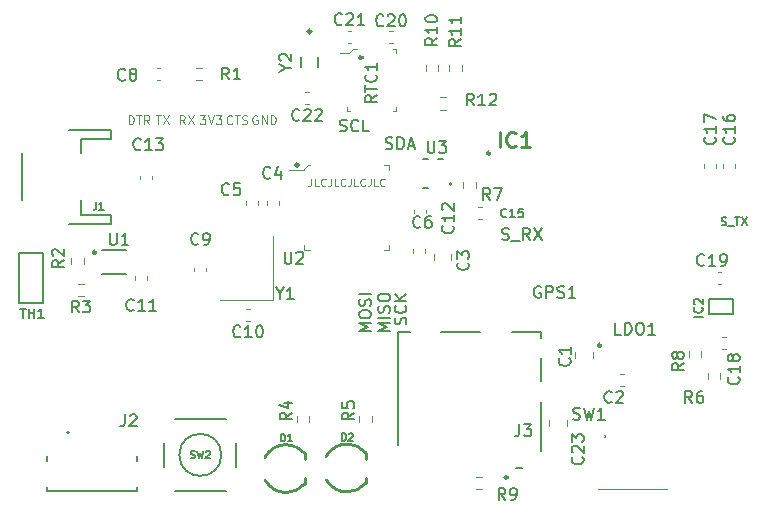
<source format=gbr>
%TF.GenerationSoftware,KiCad,Pcbnew,(5.1.9)-1*%
%TF.CreationDate,2021-01-19T18:40:37+01:00*%
%TF.ProjectId,Track-your-cat,54726163-6b2d-4796-9f75-722d6361742e,1*%
%TF.SameCoordinates,Original*%
%TF.FileFunction,Legend,Top*%
%TF.FilePolarity,Positive*%
%FSLAX46Y46*%
G04 Gerber Fmt 4.6, Leading zero omitted, Abs format (unit mm)*
G04 Created by KiCad (PCBNEW (5.1.9)-1) date 2021-01-19 18:40:37*
%MOMM*%
%LPD*%
G01*
G04 APERTURE LIST*
%ADD10C,0.100000*%
%ADD11C,0.300000*%
%ADD12C,0.254000*%
%ADD13C,0.150000*%
%ADD14C,0.250000*%
%ADD15C,0.200000*%
%ADD16C,0.127000*%
%ADD17C,0.120000*%
%ADD18C,0.203200*%
%ADD19C,0.175000*%
G04 APERTURE END LIST*
D10*
X66497619Y-86744047D02*
X66497619Y-87208333D01*
X66466666Y-87301190D01*
X66404761Y-87363095D01*
X66311904Y-87394047D01*
X66250000Y-87394047D01*
X67116666Y-87394047D02*
X66807142Y-87394047D01*
X66807142Y-86744047D01*
X67704761Y-87332142D02*
X67673809Y-87363095D01*
X67580952Y-87394047D01*
X67519047Y-87394047D01*
X67426190Y-87363095D01*
X67364285Y-87301190D01*
X67333333Y-87239285D01*
X67302380Y-87115476D01*
X67302380Y-87022619D01*
X67333333Y-86898809D01*
X67364285Y-86836904D01*
X67426190Y-86775000D01*
X67519047Y-86744047D01*
X67580952Y-86744047D01*
X67673809Y-86775000D01*
X67704761Y-86805952D01*
X68169047Y-86744047D02*
X68169047Y-87208333D01*
X68138095Y-87301190D01*
X68076190Y-87363095D01*
X67983333Y-87394047D01*
X67921428Y-87394047D01*
X68788095Y-87394047D02*
X68478571Y-87394047D01*
X68478571Y-86744047D01*
X69376190Y-87332142D02*
X69345238Y-87363095D01*
X69252380Y-87394047D01*
X69190476Y-87394047D01*
X69097619Y-87363095D01*
X69035714Y-87301190D01*
X69004761Y-87239285D01*
X68973809Y-87115476D01*
X68973809Y-87022619D01*
X69004761Y-86898809D01*
X69035714Y-86836904D01*
X69097619Y-86775000D01*
X69190476Y-86744047D01*
X69252380Y-86744047D01*
X69345238Y-86775000D01*
X69376190Y-86805952D01*
X69840476Y-86744047D02*
X69840476Y-87208333D01*
X69809523Y-87301190D01*
X69747619Y-87363095D01*
X69654761Y-87394047D01*
X69592857Y-87394047D01*
X70459523Y-87394047D02*
X70150000Y-87394047D01*
X70150000Y-86744047D01*
X71047619Y-87332142D02*
X71016666Y-87363095D01*
X70923809Y-87394047D01*
X70861904Y-87394047D01*
X70769047Y-87363095D01*
X70707142Y-87301190D01*
X70676190Y-87239285D01*
X70645238Y-87115476D01*
X70645238Y-87022619D01*
X70676190Y-86898809D01*
X70707142Y-86836904D01*
X70769047Y-86775000D01*
X70861904Y-86744047D01*
X70923809Y-86744047D01*
X71016666Y-86775000D01*
X71047619Y-86805952D01*
X71511904Y-86744047D02*
X71511904Y-87208333D01*
X71480952Y-87301190D01*
X71419047Y-87363095D01*
X71326190Y-87394047D01*
X71264285Y-87394047D01*
X72130952Y-87394047D02*
X71821428Y-87394047D01*
X71821428Y-86744047D01*
X72719047Y-87332142D02*
X72688095Y-87363095D01*
X72595238Y-87394047D01*
X72533333Y-87394047D01*
X72440476Y-87363095D01*
X72378571Y-87301190D01*
X72347619Y-87239285D01*
X72316666Y-87115476D01*
X72316666Y-87022619D01*
X72347619Y-86898809D01*
X72378571Y-86836904D01*
X72440476Y-86775000D01*
X72533333Y-86744047D01*
X72595238Y-86744047D01*
X72688095Y-86775000D01*
X72719047Y-86805952D01*
X61928571Y-81425000D02*
X61857142Y-81389285D01*
X61750000Y-81389285D01*
X61642857Y-81425000D01*
X61571428Y-81496428D01*
X61535714Y-81567857D01*
X61500000Y-81710714D01*
X61500000Y-81817857D01*
X61535714Y-81960714D01*
X61571428Y-82032142D01*
X61642857Y-82103571D01*
X61750000Y-82139285D01*
X61821428Y-82139285D01*
X61928571Y-82103571D01*
X61964285Y-82067857D01*
X61964285Y-81817857D01*
X61821428Y-81817857D01*
X62285714Y-82139285D02*
X62285714Y-81389285D01*
X62714285Y-82139285D01*
X62714285Y-81389285D01*
X63071428Y-82139285D02*
X63071428Y-81389285D01*
X63250000Y-81389285D01*
X63357142Y-81425000D01*
X63428571Y-81496428D01*
X63464285Y-81567857D01*
X63500000Y-81710714D01*
X63500000Y-81817857D01*
X63464285Y-81960714D01*
X63428571Y-82032142D01*
X63357142Y-82103571D01*
X63250000Y-82139285D01*
X63071428Y-82139285D01*
X59789285Y-82067857D02*
X59753571Y-82103571D01*
X59646428Y-82139285D01*
X59575000Y-82139285D01*
X59467857Y-82103571D01*
X59396428Y-82032142D01*
X59360714Y-81960714D01*
X59325000Y-81817857D01*
X59325000Y-81710714D01*
X59360714Y-81567857D01*
X59396428Y-81496428D01*
X59467857Y-81425000D01*
X59575000Y-81389285D01*
X59646428Y-81389285D01*
X59753571Y-81425000D01*
X59789285Y-81460714D01*
X60003571Y-81389285D02*
X60432142Y-81389285D01*
X60217857Y-82139285D02*
X60217857Y-81389285D01*
X60646428Y-82103571D02*
X60753571Y-82139285D01*
X60932142Y-82139285D01*
X61003571Y-82103571D01*
X61039285Y-82067857D01*
X61075000Y-81996428D01*
X61075000Y-81925000D01*
X61039285Y-81853571D01*
X61003571Y-81817857D01*
X60932142Y-81782142D01*
X60789285Y-81746428D01*
X60717857Y-81710714D01*
X60682142Y-81675000D01*
X60646428Y-81603571D01*
X60646428Y-81532142D01*
X60682142Y-81460714D01*
X60717857Y-81425000D01*
X60789285Y-81389285D01*
X60967857Y-81389285D01*
X61075000Y-81425000D01*
X57071428Y-81389285D02*
X57535714Y-81389285D01*
X57285714Y-81675000D01*
X57392857Y-81675000D01*
X57464285Y-81710714D01*
X57500000Y-81746428D01*
X57535714Y-81817857D01*
X57535714Y-81996428D01*
X57500000Y-82067857D01*
X57464285Y-82103571D01*
X57392857Y-82139285D01*
X57178571Y-82139285D01*
X57107142Y-82103571D01*
X57071428Y-82067857D01*
X57750000Y-81389285D02*
X58000000Y-82139285D01*
X58250000Y-81389285D01*
X58428571Y-81389285D02*
X58892857Y-81389285D01*
X58642857Y-81675000D01*
X58750000Y-81675000D01*
X58821428Y-81710714D01*
X58857142Y-81746428D01*
X58892857Y-81817857D01*
X58892857Y-81996428D01*
X58857142Y-82067857D01*
X58821428Y-82103571D01*
X58750000Y-82139285D01*
X58535714Y-82139285D01*
X58464285Y-82103571D01*
X58428571Y-82067857D01*
X55775000Y-82139285D02*
X55525000Y-81782142D01*
X55346428Y-82139285D02*
X55346428Y-81389285D01*
X55632142Y-81389285D01*
X55703571Y-81425000D01*
X55739285Y-81460714D01*
X55775000Y-81532142D01*
X55775000Y-81639285D01*
X55739285Y-81710714D01*
X55703571Y-81746428D01*
X55632142Y-81782142D01*
X55346428Y-81782142D01*
X56025000Y-81389285D02*
X56525000Y-82139285D01*
X56525000Y-81389285D02*
X56025000Y-82139285D01*
X53328571Y-81389285D02*
X53757142Y-81389285D01*
X53542857Y-82139285D02*
X53542857Y-81389285D01*
X53935714Y-81389285D02*
X54435714Y-82139285D01*
X54435714Y-81389285D02*
X53935714Y-82139285D01*
X51042857Y-82139285D02*
X51042857Y-81389285D01*
X51221428Y-81389285D01*
X51328571Y-81425000D01*
X51400000Y-81496428D01*
X51435714Y-81567857D01*
X51471428Y-81710714D01*
X51471428Y-81817857D01*
X51435714Y-81960714D01*
X51400000Y-82032142D01*
X51328571Y-82103571D01*
X51221428Y-82139285D01*
X51042857Y-82139285D01*
X51685714Y-81389285D02*
X52114285Y-81389285D01*
X51900000Y-82139285D02*
X51900000Y-81389285D01*
X52792857Y-82139285D02*
X52542857Y-81782142D01*
X52364285Y-82139285D02*
X52364285Y-81389285D01*
X52650000Y-81389285D01*
X52721428Y-81425000D01*
X52757142Y-81460714D01*
X52792857Y-81532142D01*
X52792857Y-81639285D01*
X52757142Y-81710714D01*
X52721428Y-81746428D01*
X52650000Y-81782142D01*
X52364285Y-81782142D01*
D11*
X70800000Y-76500000D02*
G75*
G03*
X70800000Y-76500000I-100000J0D01*
G01*
X65400000Y-85600000D02*
G75*
G03*
X65400000Y-85600000I-100000J0D01*
G01*
D12*
%TO.C,D2*%
X71104800Y-112542860D02*
X71104800Y-112088200D01*
X71104800Y-109957140D02*
X71104800Y-110462600D01*
X71104800Y-112542860D02*
X71104800Y-112088200D01*
X71104800Y-109957140D02*
X71104800Y-110462600D01*
X67766701Y-112259851D02*
G75*
G03*
X69530000Y-113282000I1763299J1009851D01*
G01*
X69532552Y-113279386D02*
G75*
G03*
X71079400Y-112560640I-2552J2029386D01*
G01*
X69529025Y-109220540D02*
G75*
G03*
X67739300Y-110294960I975J-2029460D01*
G01*
X71088880Y-109946574D02*
G75*
G03*
X69530000Y-109218000I-1558880J-1303426D01*
G01*
X67766701Y-112259851D02*
G75*
G03*
X69530000Y-113282000I1763299J1009851D01*
G01*
X69532552Y-113279386D02*
G75*
G03*
X71079400Y-112560640I-2552J2029386D01*
G01*
X69529025Y-109220540D02*
G75*
G03*
X67739300Y-110294960I975J-2029460D01*
G01*
X71088880Y-109946574D02*
G75*
G03*
X69530000Y-109218000I-1558880J-1303426D01*
G01*
D13*
%TO.C,J3*%
X73850000Y-99725000D02*
X74845000Y-99725000D01*
X77495000Y-99725000D02*
X80815000Y-99725000D01*
X83465000Y-99725000D02*
X85950000Y-99725000D01*
X85950000Y-109775000D02*
X85950000Y-105675000D01*
X85950000Y-103925000D02*
X85950000Y-101975001D01*
X85950000Y-100225001D02*
X85950000Y-99725000D01*
X83805000Y-111275000D02*
X84315000Y-111275000D01*
X73850000Y-109325000D02*
X73850000Y-99725000D01*
D14*
X83130000Y-112050000D02*
G75*
G03*
X83130000Y-112050000I-125000J0D01*
G01*
%TO.C,IC1*%
X81625000Y-84600000D02*
G75*
G03*
X81625000Y-84600000I-125000J0D01*
G01*
D15*
%TO.C,U3*%
X78400000Y-87200000D02*
G75*
G03*
X78400000Y-87200000I-100000J0D01*
G01*
D16*
X77250000Y-85086500D02*
X77650000Y-85086500D01*
X76350000Y-85086500D02*
X75950000Y-85086500D01*
X76350000Y-87513500D02*
X75950000Y-87513500D01*
D17*
%TO.C,R10*%
X76177500Y-77667224D02*
X76177500Y-77157776D01*
X77222500Y-77667224D02*
X77222500Y-77157776D01*
D16*
%TO.C,Y2*%
X67100000Y-76460000D02*
X67100000Y-77340000D01*
X65600000Y-76460000D02*
X65600000Y-77340000D01*
D11*
X66450000Y-74300000D02*
G75*
G03*
X66450000Y-74300000I-100000J0D01*
G01*
D10*
%TO.C,U2*%
X66350000Y-85600000D02*
X66250000Y-85600000D01*
X66250000Y-85600000D02*
X65900000Y-85950000D01*
X65900000Y-85950000D02*
X65900000Y-86050000D01*
X65900000Y-86050000D02*
X64600000Y-86050000D01*
X73100000Y-85600000D02*
X72650000Y-85600000D01*
X73100000Y-85600000D02*
X73100000Y-86050000D01*
X73100000Y-92800000D02*
X73100000Y-92350000D01*
X73100000Y-92800000D02*
X72650000Y-92800000D01*
X65900000Y-92800000D02*
X66350000Y-92800000D01*
X65900000Y-92800000D02*
X65900000Y-92350000D01*
D12*
%TO.C,D1*%
X65944800Y-110007140D02*
X65944800Y-110512600D01*
X65944800Y-112592860D02*
X65944800Y-112138200D01*
X65944800Y-110007140D02*
X65944800Y-110512600D01*
X65944800Y-112592860D02*
X65944800Y-112138200D01*
X65928880Y-109996574D02*
G75*
G03*
X64370000Y-109268000I-1558880J-1303426D01*
G01*
X64369025Y-109270540D02*
G75*
G03*
X62579300Y-110344960I975J-2029460D01*
G01*
X64372552Y-113329386D02*
G75*
G03*
X65919400Y-112610640I-2552J2029386D01*
G01*
X62606701Y-112309851D02*
G75*
G03*
X64370000Y-113332000I1763299J1009851D01*
G01*
X65928880Y-109996574D02*
G75*
G03*
X64370000Y-109268000I-1558880J-1303426D01*
G01*
X64369025Y-109270540D02*
G75*
G03*
X62579300Y-110344960I975J-2029460D01*
G01*
X64372552Y-113329386D02*
G75*
G03*
X65919400Y-112610640I-2552J2029386D01*
G01*
X62606701Y-112309851D02*
G75*
G03*
X64370000Y-113332000I1763299J1009851D01*
G01*
D17*
%TO.C,R8*%
X98477500Y-101854724D02*
X98477500Y-101345276D01*
X99522500Y-101854724D02*
X99522500Y-101345276D01*
%TO.C,C1*%
X90335000Y-101401248D02*
X90335000Y-101923752D01*
X88865000Y-101401248D02*
X88865000Y-101923752D01*
%TO.C,C2*%
X92946267Y-104310000D02*
X92653733Y-104310000D01*
X92946267Y-103290000D02*
X92653733Y-103290000D01*
%TO.C,C3*%
X78335000Y-93101248D02*
X78335000Y-93623752D01*
X76865000Y-93101248D02*
X76865000Y-93623752D01*
%TO.C,C4*%
X63760000Y-88958767D02*
X63760000Y-88666233D01*
X62740000Y-88958767D02*
X62740000Y-88666233D01*
%TO.C,C5*%
X60990000Y-88958767D02*
X60990000Y-88666233D01*
X62010000Y-88958767D02*
X62010000Y-88666233D01*
%TO.C,C6*%
X75090000Y-92716233D02*
X75090000Y-93008767D01*
X76110000Y-92716233D02*
X76110000Y-93008767D01*
%TO.C,C8*%
X53683767Y-77390000D02*
X53391233Y-77390000D01*
X53683767Y-78410000D02*
X53391233Y-78410000D01*
%TO.C,C9*%
X57610000Y-94608767D02*
X57610000Y-94316233D01*
X56590000Y-94608767D02*
X56590000Y-94316233D01*
%TO.C,C10*%
X61283767Y-98810000D02*
X60991233Y-98810000D01*
X61283767Y-97790000D02*
X60991233Y-97790000D01*
%TO.C,C11*%
X52610000Y-95016233D02*
X52610000Y-95308767D01*
X51590000Y-95016233D02*
X51590000Y-95308767D01*
%TO.C,C12*%
X75190000Y-89683767D02*
X75190000Y-89391233D01*
X76210000Y-89683767D02*
X76210000Y-89391233D01*
%TO.C,C13*%
X51990000Y-86516233D02*
X51990000Y-86808767D01*
X53010000Y-86516233D02*
X53010000Y-86808767D01*
%TO.C,C15*%
X80908767Y-89190000D02*
X80616233Y-89190000D01*
X80908767Y-90210000D02*
X80616233Y-90210000D01*
%TO.C,C16*%
X102410000Y-85846267D02*
X102410000Y-85553733D01*
X101390000Y-85846267D02*
X101390000Y-85553733D01*
%TO.C,C17*%
X100760000Y-85846267D02*
X100760000Y-85553733D01*
X99740000Y-85846267D02*
X99740000Y-85553733D01*
%TO.C,C18*%
X101583767Y-101210000D02*
X101291233Y-101210000D01*
X101583767Y-100190000D02*
X101291233Y-100190000D01*
%TO.C,C20*%
X73091233Y-74290000D02*
X73383767Y-74290000D01*
X73091233Y-75310000D02*
X73383767Y-75310000D01*
%TO.C,C21*%
X69883767Y-74290000D02*
X69591233Y-74290000D01*
X69883767Y-75310000D02*
X69591233Y-75310000D01*
%TO.C,C22*%
X65991233Y-79390000D02*
X66283767Y-79390000D01*
X65991233Y-80410000D02*
X66283767Y-80410000D01*
%TO.C,C23*%
X86665000Y-107176248D02*
X86665000Y-107698752D01*
X88135000Y-107176248D02*
X88135000Y-107698752D01*
D16*
%TO.C,IC2*%
X100201780Y-96975160D02*
X102198220Y-96975160D01*
X102198220Y-96975160D02*
X102198220Y-98224840D01*
X100201780Y-98224840D02*
X102198220Y-98224840D01*
X100201780Y-98224840D02*
X100201780Y-96975160D01*
D18*
%TO.C,J1*%
X45998220Y-90597960D02*
X49498340Y-90597960D01*
X49498340Y-90597960D02*
X49498340Y-89797860D01*
X49498340Y-89797860D02*
X46998980Y-89797860D01*
X46998980Y-89797860D02*
X46998980Y-88598980D01*
X46998980Y-84601020D02*
X46998980Y-83402140D01*
X46998980Y-83402140D02*
X49498340Y-83402140D01*
X49498340Y-83402140D02*
X49498340Y-82602040D01*
X49498340Y-82602040D02*
X45998220Y-82602040D01*
X42000260Y-84601020D02*
X42000260Y-88598980D01*
D14*
%TO.C,LDO1*%
X91025000Y-100875000D02*
G75*
G03*
X91025000Y-100875000I-125000J0D01*
G01*
D17*
%TO.C,R1*%
X57254724Y-77377500D02*
X56745276Y-77377500D01*
X57254724Y-78422500D02*
X56745276Y-78422500D01*
%TO.C,R2*%
X46177500Y-93445276D02*
X46177500Y-93954724D01*
X47222500Y-93445276D02*
X47222500Y-93954724D01*
%TO.C,R3*%
X47242224Y-96722500D02*
X46732776Y-96722500D01*
X47242224Y-95677500D02*
X46732776Y-95677500D01*
%TO.C,R4*%
X65277500Y-107342224D02*
X65277500Y-106832776D01*
X66322500Y-107342224D02*
X66322500Y-106832776D01*
%TO.C,R5*%
X71622500Y-107342224D02*
X71622500Y-106832776D01*
X70577500Y-107342224D02*
X70577500Y-106832776D01*
%TO.C,R6*%
X100077500Y-103232776D02*
X100077500Y-103742224D01*
X101122500Y-103232776D02*
X101122500Y-103742224D01*
%TO.C,R7*%
X79377500Y-87542224D02*
X79377500Y-87032776D01*
X80422500Y-87542224D02*
X80422500Y-87032776D01*
%TO.C,R9*%
X80942224Y-113022500D02*
X80432776Y-113022500D01*
X80942224Y-111977500D02*
X80432776Y-111977500D01*
%TO.C,R11*%
X78177500Y-77667224D02*
X78177500Y-77157776D01*
X79222500Y-77667224D02*
X79222500Y-77157776D01*
%TO.C,R12*%
X77432776Y-80922500D02*
X77942224Y-80922500D01*
X77432776Y-79877500D02*
X77942224Y-79877500D01*
D10*
%TO.C,RTC1*%
X70400000Y-75800000D02*
X70000000Y-75800000D01*
X70000000Y-75800000D02*
X69700000Y-76100000D01*
X69700000Y-76100000D02*
X68900000Y-76100000D01*
X69500000Y-80700000D02*
X69500000Y-81000000D01*
X69500000Y-81000000D02*
X69800000Y-81000000D01*
X73700000Y-76100000D02*
X73700000Y-75800000D01*
X73700000Y-75800000D02*
X73400000Y-75800000D01*
X73700000Y-80700000D02*
X73700000Y-81000000D01*
X73700000Y-81000000D02*
X73400000Y-81000000D01*
%TO.C,SW1*%
X90800000Y-113000000D02*
X96600000Y-113000000D01*
D15*
X91400000Y-108500000D02*
X91400000Y-108500000D01*
X91400000Y-108600000D02*
X91400000Y-108600000D01*
X91400000Y-108500000D02*
X91400000Y-108500000D01*
X91400000Y-108600000D02*
G75*
G02*
X91400000Y-108500000I0J50000D01*
G01*
X91400000Y-108500000D02*
G75*
G02*
X91400000Y-108600000I0J-50000D01*
G01*
X91400000Y-108600000D02*
G75*
G02*
X91400000Y-108500000I0J50000D01*
G01*
D18*
%TO.C,SW2*%
X59259000Y-107091400D02*
X54941000Y-107091400D01*
X54941000Y-113187400D02*
X59259000Y-113187400D01*
X60148000Y-109143720D02*
X60148000Y-111155400D01*
X54052000Y-109113240D02*
X54052000Y-111155400D01*
X58878000Y-110139400D02*
G75*
G03*
X58878000Y-110139400I-1778000J0D01*
G01*
D16*
%TO.C,TH1*%
X43750000Y-93050000D02*
X41750000Y-93050000D01*
X41750000Y-93050000D02*
X41750000Y-97250000D01*
X41750000Y-97250000D02*
X43750000Y-97250000D01*
X43750000Y-97250000D02*
X43750000Y-93050000D01*
D13*
%TO.C,U1*%
X48800000Y-94800000D02*
X48800000Y-94800000D01*
X48800000Y-94800000D02*
X50800000Y-94800000D01*
X50800000Y-94800000D02*
X50800000Y-94800000D01*
X48800000Y-92800000D02*
X48800000Y-92800000D01*
X48800000Y-92800000D02*
X50800000Y-92800000D01*
X50800000Y-92800000D02*
X50800000Y-92800000D01*
D14*
X48268934Y-93000000D02*
G75*
G03*
X48268934Y-93000000I-125000J0D01*
G01*
D17*
%TO.C,Y1*%
X63250000Y-97000000D02*
X63250000Y-91600000D01*
X58750000Y-97000000D02*
X63250000Y-97000000D01*
D16*
%TO.C,J2*%
X51700000Y-112850000D02*
X51700000Y-113150000D01*
X44100000Y-112850000D02*
X44100000Y-113150000D01*
X51700000Y-110650000D02*
X51700000Y-110250000D01*
X44100000Y-110250000D02*
X44100000Y-110650000D01*
X44100000Y-113200000D02*
X51700000Y-113200000D01*
D15*
X46000000Y-108250000D02*
G75*
G03*
X46000000Y-108250000I-100000J0D01*
G01*
D17*
%TO.C,C19*%
X100891233Y-95710000D02*
X101183767Y-95710000D01*
X100891233Y-94690000D02*
X101183767Y-94690000D01*
%TO.C,D2*%
D16*
X69080057Y-108937511D02*
X69080057Y-108327911D01*
X69225200Y-108327911D01*
X69312285Y-108356940D01*
X69370342Y-108414997D01*
X69399371Y-108473054D01*
X69428400Y-108589168D01*
X69428400Y-108676254D01*
X69399371Y-108792368D01*
X69370342Y-108850425D01*
X69312285Y-108908482D01*
X69225200Y-108937511D01*
X69080057Y-108937511D01*
X69660628Y-108385968D02*
X69689657Y-108356940D01*
X69747714Y-108327911D01*
X69892857Y-108327911D01*
X69950914Y-108356940D01*
X69979942Y-108385968D01*
X70008971Y-108444025D01*
X70008971Y-108502082D01*
X69979942Y-108589168D01*
X69631600Y-108937511D01*
X70008971Y-108937511D01*
%TO.C,J3*%
D13*
X84121309Y-107552380D02*
X84121309Y-108266666D01*
X84073690Y-108409523D01*
X83978452Y-108504761D01*
X83835595Y-108552380D01*
X83740357Y-108552380D01*
X84502261Y-107552380D02*
X85121309Y-107552380D01*
X84787976Y-107933333D01*
X84930833Y-107933333D01*
X85026071Y-107980952D01*
X85073690Y-108028571D01*
X85121309Y-108123809D01*
X85121309Y-108361904D01*
X85073690Y-108457142D01*
X85026071Y-108504761D01*
X84930833Y-108552380D01*
X84645119Y-108552380D01*
X84549880Y-108504761D01*
X84502261Y-108457142D01*
%TO.C,IC1*%
D12*
X82460238Y-84074523D02*
X82460238Y-82804523D01*
X83790714Y-83953571D02*
X83730238Y-84014047D01*
X83548809Y-84074523D01*
X83427857Y-84074523D01*
X83246428Y-84014047D01*
X83125476Y-83893095D01*
X83065000Y-83772142D01*
X83004523Y-83530238D01*
X83004523Y-83348809D01*
X83065000Y-83106904D01*
X83125476Y-82985952D01*
X83246428Y-82865000D01*
X83427857Y-82804523D01*
X83548809Y-82804523D01*
X83730238Y-82865000D01*
X83790714Y-82925476D01*
X85000238Y-84074523D02*
X84274523Y-84074523D01*
X84637380Y-84074523D02*
X84637380Y-82804523D01*
X84516428Y-82985952D01*
X84395476Y-83106904D01*
X84274523Y-83167380D01*
%TO.C,U3*%
D13*
X76338095Y-83552380D02*
X76338095Y-84361904D01*
X76385714Y-84457142D01*
X76433333Y-84504761D01*
X76528571Y-84552380D01*
X76719047Y-84552380D01*
X76814285Y-84504761D01*
X76861904Y-84457142D01*
X76909523Y-84361904D01*
X76909523Y-83552380D01*
X77290476Y-83552380D02*
X77909523Y-83552380D01*
X77576190Y-83933333D01*
X77719047Y-83933333D01*
X77814285Y-83980952D01*
X77861904Y-84028571D01*
X77909523Y-84123809D01*
X77909523Y-84361904D01*
X77861904Y-84457142D01*
X77814285Y-84504761D01*
X77719047Y-84552380D01*
X77433333Y-84552380D01*
X77338095Y-84504761D01*
X77290476Y-84457142D01*
%TO.C,GPS1*%
X85909523Y-95900000D02*
X85814285Y-95852380D01*
X85671428Y-95852380D01*
X85528571Y-95900000D01*
X85433333Y-95995238D01*
X85385714Y-96090476D01*
X85338095Y-96280952D01*
X85338095Y-96423809D01*
X85385714Y-96614285D01*
X85433333Y-96709523D01*
X85528571Y-96804761D01*
X85671428Y-96852380D01*
X85766666Y-96852380D01*
X85909523Y-96804761D01*
X85957142Y-96757142D01*
X85957142Y-96423809D01*
X85766666Y-96423809D01*
X86385714Y-96852380D02*
X86385714Y-95852380D01*
X86766666Y-95852380D01*
X86861904Y-95900000D01*
X86909523Y-95947619D01*
X86957142Y-96042857D01*
X86957142Y-96185714D01*
X86909523Y-96280952D01*
X86861904Y-96328571D01*
X86766666Y-96376190D01*
X86385714Y-96376190D01*
X87338095Y-96804761D02*
X87480952Y-96852380D01*
X87719047Y-96852380D01*
X87814285Y-96804761D01*
X87861904Y-96757142D01*
X87909523Y-96661904D01*
X87909523Y-96566666D01*
X87861904Y-96471428D01*
X87814285Y-96423809D01*
X87719047Y-96376190D01*
X87528571Y-96328571D01*
X87433333Y-96280952D01*
X87385714Y-96233333D01*
X87338095Y-96138095D01*
X87338095Y-96042857D01*
X87385714Y-95947619D01*
X87433333Y-95900000D01*
X87528571Y-95852380D01*
X87766666Y-95852380D01*
X87909523Y-95900000D01*
X88861904Y-96852380D02*
X88290476Y-96852380D01*
X88576190Y-96852380D02*
X88576190Y-95852380D01*
X88480952Y-95995238D01*
X88385714Y-96090476D01*
X88290476Y-96138095D01*
%TO.C,R10*%
X77152380Y-74842857D02*
X76676190Y-75176190D01*
X77152380Y-75414285D02*
X76152380Y-75414285D01*
X76152380Y-75033333D01*
X76200000Y-74938095D01*
X76247619Y-74890476D01*
X76342857Y-74842857D01*
X76485714Y-74842857D01*
X76580952Y-74890476D01*
X76628571Y-74938095D01*
X76676190Y-75033333D01*
X76676190Y-75414285D01*
X77152380Y-73890476D02*
X77152380Y-74461904D01*
X77152380Y-74176190D02*
X76152380Y-74176190D01*
X76295238Y-74271428D01*
X76390476Y-74366666D01*
X76438095Y-74461904D01*
X76152380Y-73271428D02*
X76152380Y-73176190D01*
X76200000Y-73080952D01*
X76247619Y-73033333D01*
X76342857Y-72985714D01*
X76533333Y-72938095D01*
X76771428Y-72938095D01*
X76961904Y-72985714D01*
X77057142Y-73033333D01*
X77104761Y-73080952D01*
X77152380Y-73176190D01*
X77152380Y-73271428D01*
X77104761Y-73366666D01*
X77057142Y-73414285D01*
X76961904Y-73461904D01*
X76771428Y-73509523D01*
X76533333Y-73509523D01*
X76342857Y-73461904D01*
X76247619Y-73414285D01*
X76200000Y-73366666D01*
X76152380Y-73271428D01*
%TO.C,Y2*%
X64326190Y-77376190D02*
X64802380Y-77376190D01*
X63802380Y-77709523D02*
X64326190Y-77376190D01*
X63802380Y-77042857D01*
X63897619Y-76757142D02*
X63850000Y-76709523D01*
X63802380Y-76614285D01*
X63802380Y-76376190D01*
X63850000Y-76280952D01*
X63897619Y-76233333D01*
X63992857Y-76185714D01*
X64088095Y-76185714D01*
X64230952Y-76233333D01*
X64802380Y-76804761D01*
X64802380Y-76185714D01*
%TO.C,U2*%
X64238095Y-92952380D02*
X64238095Y-93761904D01*
X64285714Y-93857142D01*
X64333333Y-93904761D01*
X64428571Y-93952380D01*
X64619047Y-93952380D01*
X64714285Y-93904761D01*
X64761904Y-93857142D01*
X64809523Y-93761904D01*
X64809523Y-92952380D01*
X65238095Y-93047619D02*
X65285714Y-93000000D01*
X65380952Y-92952380D01*
X65619047Y-92952380D01*
X65714285Y-93000000D01*
X65761904Y-93047619D01*
X65809523Y-93142857D01*
X65809523Y-93238095D01*
X65761904Y-93380952D01*
X65190476Y-93952380D01*
X65809523Y-93952380D01*
%TO.C,D1*%
D16*
X63920057Y-108987511D02*
X63920057Y-108377911D01*
X64065200Y-108377911D01*
X64152285Y-108406940D01*
X64210342Y-108464997D01*
X64239371Y-108523054D01*
X64268400Y-108639168D01*
X64268400Y-108726254D01*
X64239371Y-108842368D01*
X64210342Y-108900425D01*
X64152285Y-108958482D01*
X64065200Y-108987511D01*
X63920057Y-108987511D01*
X64848971Y-108987511D02*
X64500628Y-108987511D01*
X64674800Y-108987511D02*
X64674800Y-108377911D01*
X64616742Y-108464997D01*
X64558685Y-108523054D01*
X64500628Y-108552082D01*
%TO.C,R8*%
D13*
X98052380Y-102366666D02*
X97576190Y-102700000D01*
X98052380Y-102938095D02*
X97052380Y-102938095D01*
X97052380Y-102557142D01*
X97100000Y-102461904D01*
X97147619Y-102414285D01*
X97242857Y-102366666D01*
X97385714Y-102366666D01*
X97480952Y-102414285D01*
X97528571Y-102461904D01*
X97576190Y-102557142D01*
X97576190Y-102938095D01*
X97480952Y-101795238D02*
X97433333Y-101890476D01*
X97385714Y-101938095D01*
X97290476Y-101985714D01*
X97242857Y-101985714D01*
X97147619Y-101938095D01*
X97100000Y-101890476D01*
X97052380Y-101795238D01*
X97052380Y-101604761D01*
X97100000Y-101509523D01*
X97147619Y-101461904D01*
X97242857Y-101414285D01*
X97290476Y-101414285D01*
X97385714Y-101461904D01*
X97433333Y-101509523D01*
X97480952Y-101604761D01*
X97480952Y-101795238D01*
X97528571Y-101890476D01*
X97576190Y-101938095D01*
X97671428Y-101985714D01*
X97861904Y-101985714D01*
X97957142Y-101938095D01*
X98004761Y-101890476D01*
X98052380Y-101795238D01*
X98052380Y-101604761D01*
X98004761Y-101509523D01*
X97957142Y-101461904D01*
X97861904Y-101414285D01*
X97671428Y-101414285D01*
X97576190Y-101461904D01*
X97528571Y-101509523D01*
X97480952Y-101604761D01*
%TO.C,C1*%
X88357142Y-101966666D02*
X88404761Y-102014285D01*
X88452380Y-102157142D01*
X88452380Y-102252380D01*
X88404761Y-102395238D01*
X88309523Y-102490476D01*
X88214285Y-102538095D01*
X88023809Y-102585714D01*
X87880952Y-102585714D01*
X87690476Y-102538095D01*
X87595238Y-102490476D01*
X87500000Y-102395238D01*
X87452380Y-102252380D01*
X87452380Y-102157142D01*
X87500000Y-102014285D01*
X87547619Y-101966666D01*
X88452380Y-101014285D02*
X88452380Y-101585714D01*
X88452380Y-101300000D02*
X87452380Y-101300000D01*
X87595238Y-101395238D01*
X87690476Y-101490476D01*
X87738095Y-101585714D01*
%TO.C,C2*%
X91933333Y-105657142D02*
X91885714Y-105704761D01*
X91742857Y-105752380D01*
X91647619Y-105752380D01*
X91504761Y-105704761D01*
X91409523Y-105609523D01*
X91361904Y-105514285D01*
X91314285Y-105323809D01*
X91314285Y-105180952D01*
X91361904Y-104990476D01*
X91409523Y-104895238D01*
X91504761Y-104800000D01*
X91647619Y-104752380D01*
X91742857Y-104752380D01*
X91885714Y-104800000D01*
X91933333Y-104847619D01*
X92314285Y-104847619D02*
X92361904Y-104800000D01*
X92457142Y-104752380D01*
X92695238Y-104752380D01*
X92790476Y-104800000D01*
X92838095Y-104847619D01*
X92885714Y-104942857D01*
X92885714Y-105038095D01*
X92838095Y-105180952D01*
X92266666Y-105752380D01*
X92885714Y-105752380D01*
%TO.C,C3*%
X79757142Y-93866666D02*
X79804761Y-93914285D01*
X79852380Y-94057142D01*
X79852380Y-94152380D01*
X79804761Y-94295238D01*
X79709523Y-94390476D01*
X79614285Y-94438095D01*
X79423809Y-94485714D01*
X79280952Y-94485714D01*
X79090476Y-94438095D01*
X78995238Y-94390476D01*
X78900000Y-94295238D01*
X78852380Y-94152380D01*
X78852380Y-94057142D01*
X78900000Y-93914285D01*
X78947619Y-93866666D01*
X78852380Y-93533333D02*
X78852380Y-92914285D01*
X79233333Y-93247619D01*
X79233333Y-93104761D01*
X79280952Y-93009523D01*
X79328571Y-92961904D01*
X79423809Y-92914285D01*
X79661904Y-92914285D01*
X79757142Y-92961904D01*
X79804761Y-93009523D01*
X79852380Y-93104761D01*
X79852380Y-93390476D01*
X79804761Y-93485714D01*
X79757142Y-93533333D01*
%TO.C,C4*%
X63033333Y-86657142D02*
X62985714Y-86704761D01*
X62842857Y-86752380D01*
X62747619Y-86752380D01*
X62604761Y-86704761D01*
X62509523Y-86609523D01*
X62461904Y-86514285D01*
X62414285Y-86323809D01*
X62414285Y-86180952D01*
X62461904Y-85990476D01*
X62509523Y-85895238D01*
X62604761Y-85800000D01*
X62747619Y-85752380D01*
X62842857Y-85752380D01*
X62985714Y-85800000D01*
X63033333Y-85847619D01*
X63890476Y-86085714D02*
X63890476Y-86752380D01*
X63652380Y-85704761D02*
X63414285Y-86419047D01*
X64033333Y-86419047D01*
%TO.C,C5*%
X59533333Y-88057142D02*
X59485714Y-88104761D01*
X59342857Y-88152380D01*
X59247619Y-88152380D01*
X59104761Y-88104761D01*
X59009523Y-88009523D01*
X58961904Y-87914285D01*
X58914285Y-87723809D01*
X58914285Y-87580952D01*
X58961904Y-87390476D01*
X59009523Y-87295238D01*
X59104761Y-87200000D01*
X59247619Y-87152380D01*
X59342857Y-87152380D01*
X59485714Y-87200000D01*
X59533333Y-87247619D01*
X60438095Y-87152380D02*
X59961904Y-87152380D01*
X59914285Y-87628571D01*
X59961904Y-87580952D01*
X60057142Y-87533333D01*
X60295238Y-87533333D01*
X60390476Y-87580952D01*
X60438095Y-87628571D01*
X60485714Y-87723809D01*
X60485714Y-87961904D01*
X60438095Y-88057142D01*
X60390476Y-88104761D01*
X60295238Y-88152380D01*
X60057142Y-88152380D01*
X59961904Y-88104761D01*
X59914285Y-88057142D01*
%TO.C,C6*%
X75733333Y-90819642D02*
X75685714Y-90867261D01*
X75542857Y-90914880D01*
X75447619Y-90914880D01*
X75304761Y-90867261D01*
X75209523Y-90772023D01*
X75161904Y-90676785D01*
X75114285Y-90486309D01*
X75114285Y-90343452D01*
X75161904Y-90152976D01*
X75209523Y-90057738D01*
X75304761Y-89962500D01*
X75447619Y-89914880D01*
X75542857Y-89914880D01*
X75685714Y-89962500D01*
X75733333Y-90010119D01*
X76590476Y-89914880D02*
X76400000Y-89914880D01*
X76304761Y-89962500D01*
X76257142Y-90010119D01*
X76161904Y-90152976D01*
X76114285Y-90343452D01*
X76114285Y-90724404D01*
X76161904Y-90819642D01*
X76209523Y-90867261D01*
X76304761Y-90914880D01*
X76495238Y-90914880D01*
X76590476Y-90867261D01*
X76638095Y-90819642D01*
X76685714Y-90724404D01*
X76685714Y-90486309D01*
X76638095Y-90391071D01*
X76590476Y-90343452D01*
X76495238Y-90295833D01*
X76304761Y-90295833D01*
X76209523Y-90343452D01*
X76161904Y-90391071D01*
X76114285Y-90486309D01*
%TO.C,C8*%
X50733333Y-78357142D02*
X50685714Y-78404761D01*
X50542857Y-78452380D01*
X50447619Y-78452380D01*
X50304761Y-78404761D01*
X50209523Y-78309523D01*
X50161904Y-78214285D01*
X50114285Y-78023809D01*
X50114285Y-77880952D01*
X50161904Y-77690476D01*
X50209523Y-77595238D01*
X50304761Y-77500000D01*
X50447619Y-77452380D01*
X50542857Y-77452380D01*
X50685714Y-77500000D01*
X50733333Y-77547619D01*
X51304761Y-77880952D02*
X51209523Y-77833333D01*
X51161904Y-77785714D01*
X51114285Y-77690476D01*
X51114285Y-77642857D01*
X51161904Y-77547619D01*
X51209523Y-77500000D01*
X51304761Y-77452380D01*
X51495238Y-77452380D01*
X51590476Y-77500000D01*
X51638095Y-77547619D01*
X51685714Y-77642857D01*
X51685714Y-77690476D01*
X51638095Y-77785714D01*
X51590476Y-77833333D01*
X51495238Y-77880952D01*
X51304761Y-77880952D01*
X51209523Y-77928571D01*
X51161904Y-77976190D01*
X51114285Y-78071428D01*
X51114285Y-78261904D01*
X51161904Y-78357142D01*
X51209523Y-78404761D01*
X51304761Y-78452380D01*
X51495238Y-78452380D01*
X51590476Y-78404761D01*
X51638095Y-78357142D01*
X51685714Y-78261904D01*
X51685714Y-78071428D01*
X51638095Y-77976190D01*
X51590476Y-77928571D01*
X51495238Y-77880952D01*
%TO.C,C9*%
X56933333Y-92257142D02*
X56885714Y-92304761D01*
X56742857Y-92352380D01*
X56647619Y-92352380D01*
X56504761Y-92304761D01*
X56409523Y-92209523D01*
X56361904Y-92114285D01*
X56314285Y-91923809D01*
X56314285Y-91780952D01*
X56361904Y-91590476D01*
X56409523Y-91495238D01*
X56504761Y-91400000D01*
X56647619Y-91352380D01*
X56742857Y-91352380D01*
X56885714Y-91400000D01*
X56933333Y-91447619D01*
X57409523Y-92352380D02*
X57600000Y-92352380D01*
X57695238Y-92304761D01*
X57742857Y-92257142D01*
X57838095Y-92114285D01*
X57885714Y-91923809D01*
X57885714Y-91542857D01*
X57838095Y-91447619D01*
X57790476Y-91400000D01*
X57695238Y-91352380D01*
X57504761Y-91352380D01*
X57409523Y-91400000D01*
X57361904Y-91447619D01*
X57314285Y-91542857D01*
X57314285Y-91780952D01*
X57361904Y-91876190D01*
X57409523Y-91923809D01*
X57504761Y-91971428D01*
X57695238Y-91971428D01*
X57790476Y-91923809D01*
X57838095Y-91876190D01*
X57885714Y-91780952D01*
%TO.C,C10*%
X60494642Y-100087142D02*
X60447023Y-100134761D01*
X60304166Y-100182380D01*
X60208928Y-100182380D01*
X60066071Y-100134761D01*
X59970833Y-100039523D01*
X59923214Y-99944285D01*
X59875595Y-99753809D01*
X59875595Y-99610952D01*
X59923214Y-99420476D01*
X59970833Y-99325238D01*
X60066071Y-99230000D01*
X60208928Y-99182380D01*
X60304166Y-99182380D01*
X60447023Y-99230000D01*
X60494642Y-99277619D01*
X61447023Y-100182380D02*
X60875595Y-100182380D01*
X61161309Y-100182380D02*
X61161309Y-99182380D01*
X61066071Y-99325238D01*
X60970833Y-99420476D01*
X60875595Y-99468095D01*
X62066071Y-99182380D02*
X62161309Y-99182380D01*
X62256547Y-99230000D01*
X62304166Y-99277619D01*
X62351785Y-99372857D01*
X62399404Y-99563333D01*
X62399404Y-99801428D01*
X62351785Y-99991904D01*
X62304166Y-100087142D01*
X62256547Y-100134761D01*
X62161309Y-100182380D01*
X62066071Y-100182380D01*
X61970833Y-100134761D01*
X61923214Y-100087142D01*
X61875595Y-99991904D01*
X61827976Y-99801428D01*
X61827976Y-99563333D01*
X61875595Y-99372857D01*
X61923214Y-99277619D01*
X61970833Y-99230000D01*
X62066071Y-99182380D01*
%TO.C,C11*%
X51457142Y-97857142D02*
X51409523Y-97904761D01*
X51266666Y-97952380D01*
X51171428Y-97952380D01*
X51028571Y-97904761D01*
X50933333Y-97809523D01*
X50885714Y-97714285D01*
X50838095Y-97523809D01*
X50838095Y-97380952D01*
X50885714Y-97190476D01*
X50933333Y-97095238D01*
X51028571Y-97000000D01*
X51171428Y-96952380D01*
X51266666Y-96952380D01*
X51409523Y-97000000D01*
X51457142Y-97047619D01*
X52409523Y-97952380D02*
X51838095Y-97952380D01*
X52123809Y-97952380D02*
X52123809Y-96952380D01*
X52028571Y-97095238D01*
X51933333Y-97190476D01*
X51838095Y-97238095D01*
X53361904Y-97952380D02*
X52790476Y-97952380D01*
X53076190Y-97952380D02*
X53076190Y-96952380D01*
X52980952Y-97095238D01*
X52885714Y-97190476D01*
X52790476Y-97238095D01*
%TO.C,C12*%
X78457142Y-90742857D02*
X78504761Y-90790476D01*
X78552380Y-90933333D01*
X78552380Y-91028571D01*
X78504761Y-91171428D01*
X78409523Y-91266666D01*
X78314285Y-91314285D01*
X78123809Y-91361904D01*
X77980952Y-91361904D01*
X77790476Y-91314285D01*
X77695238Y-91266666D01*
X77600000Y-91171428D01*
X77552380Y-91028571D01*
X77552380Y-90933333D01*
X77600000Y-90790476D01*
X77647619Y-90742857D01*
X78552380Y-89790476D02*
X78552380Y-90361904D01*
X78552380Y-90076190D02*
X77552380Y-90076190D01*
X77695238Y-90171428D01*
X77790476Y-90266666D01*
X77838095Y-90361904D01*
X77647619Y-89409523D02*
X77600000Y-89361904D01*
X77552380Y-89266666D01*
X77552380Y-89028571D01*
X77600000Y-88933333D01*
X77647619Y-88885714D01*
X77742857Y-88838095D01*
X77838095Y-88838095D01*
X77980952Y-88885714D01*
X78552380Y-89457142D01*
X78552380Y-88838095D01*
%TO.C,C13*%
X52057142Y-84257142D02*
X52009523Y-84304761D01*
X51866666Y-84352380D01*
X51771428Y-84352380D01*
X51628571Y-84304761D01*
X51533333Y-84209523D01*
X51485714Y-84114285D01*
X51438095Y-83923809D01*
X51438095Y-83780952D01*
X51485714Y-83590476D01*
X51533333Y-83495238D01*
X51628571Y-83400000D01*
X51771428Y-83352380D01*
X51866666Y-83352380D01*
X52009523Y-83400000D01*
X52057142Y-83447619D01*
X53009523Y-84352380D02*
X52438095Y-84352380D01*
X52723809Y-84352380D02*
X52723809Y-83352380D01*
X52628571Y-83495238D01*
X52533333Y-83590476D01*
X52438095Y-83638095D01*
X53342857Y-83352380D02*
X53961904Y-83352380D01*
X53628571Y-83733333D01*
X53771428Y-83733333D01*
X53866666Y-83780952D01*
X53914285Y-83828571D01*
X53961904Y-83923809D01*
X53961904Y-84161904D01*
X53914285Y-84257142D01*
X53866666Y-84304761D01*
X53771428Y-84352380D01*
X53485714Y-84352380D01*
X53390476Y-84304761D01*
X53342857Y-84257142D01*
%TO.C,C15*%
X83017857Y-89967857D02*
X82982142Y-90003571D01*
X82875000Y-90039285D01*
X82803571Y-90039285D01*
X82696428Y-90003571D01*
X82625000Y-89932142D01*
X82589285Y-89860714D01*
X82553571Y-89717857D01*
X82553571Y-89610714D01*
X82589285Y-89467857D01*
X82625000Y-89396428D01*
X82696428Y-89325000D01*
X82803571Y-89289285D01*
X82875000Y-89289285D01*
X82982142Y-89325000D01*
X83017857Y-89360714D01*
X83732142Y-90039285D02*
X83303571Y-90039285D01*
X83517857Y-90039285D02*
X83517857Y-89289285D01*
X83446428Y-89396428D01*
X83375000Y-89467857D01*
X83303571Y-89503571D01*
X84410714Y-89289285D02*
X84053571Y-89289285D01*
X84017857Y-89646428D01*
X84053571Y-89610714D01*
X84125000Y-89575000D01*
X84303571Y-89575000D01*
X84375000Y-89610714D01*
X84410714Y-89646428D01*
X84446428Y-89717857D01*
X84446428Y-89896428D01*
X84410714Y-89967857D01*
X84375000Y-90003571D01*
X84303571Y-90039285D01*
X84125000Y-90039285D01*
X84053571Y-90003571D01*
X84017857Y-89967857D01*
%TO.C,C16*%
X102257142Y-83242857D02*
X102304761Y-83290476D01*
X102352380Y-83433333D01*
X102352380Y-83528571D01*
X102304761Y-83671428D01*
X102209523Y-83766666D01*
X102114285Y-83814285D01*
X101923809Y-83861904D01*
X101780952Y-83861904D01*
X101590476Y-83814285D01*
X101495238Y-83766666D01*
X101400000Y-83671428D01*
X101352380Y-83528571D01*
X101352380Y-83433333D01*
X101400000Y-83290476D01*
X101447619Y-83242857D01*
X102352380Y-82290476D02*
X102352380Y-82861904D01*
X102352380Y-82576190D02*
X101352380Y-82576190D01*
X101495238Y-82671428D01*
X101590476Y-82766666D01*
X101638095Y-82861904D01*
X101352380Y-81433333D02*
X101352380Y-81623809D01*
X101400000Y-81719047D01*
X101447619Y-81766666D01*
X101590476Y-81861904D01*
X101780952Y-81909523D01*
X102161904Y-81909523D01*
X102257142Y-81861904D01*
X102304761Y-81814285D01*
X102352380Y-81719047D01*
X102352380Y-81528571D01*
X102304761Y-81433333D01*
X102257142Y-81385714D01*
X102161904Y-81338095D01*
X101923809Y-81338095D01*
X101828571Y-81385714D01*
X101780952Y-81433333D01*
X101733333Y-81528571D01*
X101733333Y-81719047D01*
X101780952Y-81814285D01*
X101828571Y-81861904D01*
X101923809Y-81909523D01*
%TO.C,C17*%
X100657142Y-83242857D02*
X100704761Y-83290476D01*
X100752380Y-83433333D01*
X100752380Y-83528571D01*
X100704761Y-83671428D01*
X100609523Y-83766666D01*
X100514285Y-83814285D01*
X100323809Y-83861904D01*
X100180952Y-83861904D01*
X99990476Y-83814285D01*
X99895238Y-83766666D01*
X99800000Y-83671428D01*
X99752380Y-83528571D01*
X99752380Y-83433333D01*
X99800000Y-83290476D01*
X99847619Y-83242857D01*
X100752380Y-82290476D02*
X100752380Y-82861904D01*
X100752380Y-82576190D02*
X99752380Y-82576190D01*
X99895238Y-82671428D01*
X99990476Y-82766666D01*
X100038095Y-82861904D01*
X99752380Y-81957142D02*
X99752380Y-81290476D01*
X100752380Y-81719047D01*
%TO.C,C18*%
X102657142Y-103542857D02*
X102704761Y-103590476D01*
X102752380Y-103733333D01*
X102752380Y-103828571D01*
X102704761Y-103971428D01*
X102609523Y-104066666D01*
X102514285Y-104114285D01*
X102323809Y-104161904D01*
X102180952Y-104161904D01*
X101990476Y-104114285D01*
X101895238Y-104066666D01*
X101800000Y-103971428D01*
X101752380Y-103828571D01*
X101752380Y-103733333D01*
X101800000Y-103590476D01*
X101847619Y-103542857D01*
X102752380Y-102590476D02*
X102752380Y-103161904D01*
X102752380Y-102876190D02*
X101752380Y-102876190D01*
X101895238Y-102971428D01*
X101990476Y-103066666D01*
X102038095Y-103161904D01*
X102180952Y-102019047D02*
X102133333Y-102114285D01*
X102085714Y-102161904D01*
X101990476Y-102209523D01*
X101942857Y-102209523D01*
X101847619Y-102161904D01*
X101800000Y-102114285D01*
X101752380Y-102019047D01*
X101752380Y-101828571D01*
X101800000Y-101733333D01*
X101847619Y-101685714D01*
X101942857Y-101638095D01*
X101990476Y-101638095D01*
X102085714Y-101685714D01*
X102133333Y-101733333D01*
X102180952Y-101828571D01*
X102180952Y-102019047D01*
X102228571Y-102114285D01*
X102276190Y-102161904D01*
X102371428Y-102209523D01*
X102561904Y-102209523D01*
X102657142Y-102161904D01*
X102704761Y-102114285D01*
X102752380Y-102019047D01*
X102752380Y-101828571D01*
X102704761Y-101733333D01*
X102657142Y-101685714D01*
X102561904Y-101638095D01*
X102371428Y-101638095D01*
X102276190Y-101685714D01*
X102228571Y-101733333D01*
X102180952Y-101828571D01*
%TO.C,C20*%
X72594642Y-73757142D02*
X72547023Y-73804761D01*
X72404166Y-73852380D01*
X72308928Y-73852380D01*
X72166071Y-73804761D01*
X72070833Y-73709523D01*
X72023214Y-73614285D01*
X71975595Y-73423809D01*
X71975595Y-73280952D01*
X72023214Y-73090476D01*
X72070833Y-72995238D01*
X72166071Y-72900000D01*
X72308928Y-72852380D01*
X72404166Y-72852380D01*
X72547023Y-72900000D01*
X72594642Y-72947619D01*
X72975595Y-72947619D02*
X73023214Y-72900000D01*
X73118452Y-72852380D01*
X73356547Y-72852380D01*
X73451785Y-72900000D01*
X73499404Y-72947619D01*
X73547023Y-73042857D01*
X73547023Y-73138095D01*
X73499404Y-73280952D01*
X72927976Y-73852380D01*
X73547023Y-73852380D01*
X74166071Y-72852380D02*
X74261309Y-72852380D01*
X74356547Y-72900000D01*
X74404166Y-72947619D01*
X74451785Y-73042857D01*
X74499404Y-73233333D01*
X74499404Y-73471428D01*
X74451785Y-73661904D01*
X74404166Y-73757142D01*
X74356547Y-73804761D01*
X74261309Y-73852380D01*
X74166071Y-73852380D01*
X74070833Y-73804761D01*
X74023214Y-73757142D01*
X73975595Y-73661904D01*
X73927976Y-73471428D01*
X73927976Y-73233333D01*
X73975595Y-73042857D01*
X74023214Y-72947619D01*
X74070833Y-72900000D01*
X74166071Y-72852380D01*
%TO.C,C21*%
X69094642Y-73657142D02*
X69047023Y-73704761D01*
X68904166Y-73752380D01*
X68808928Y-73752380D01*
X68666071Y-73704761D01*
X68570833Y-73609523D01*
X68523214Y-73514285D01*
X68475595Y-73323809D01*
X68475595Y-73180952D01*
X68523214Y-72990476D01*
X68570833Y-72895238D01*
X68666071Y-72800000D01*
X68808928Y-72752380D01*
X68904166Y-72752380D01*
X69047023Y-72800000D01*
X69094642Y-72847619D01*
X69475595Y-72847619D02*
X69523214Y-72800000D01*
X69618452Y-72752380D01*
X69856547Y-72752380D01*
X69951785Y-72800000D01*
X69999404Y-72847619D01*
X70047023Y-72942857D01*
X70047023Y-73038095D01*
X69999404Y-73180952D01*
X69427976Y-73752380D01*
X70047023Y-73752380D01*
X70999404Y-73752380D02*
X70427976Y-73752380D01*
X70713690Y-73752380D02*
X70713690Y-72752380D01*
X70618452Y-72895238D01*
X70523214Y-72990476D01*
X70427976Y-73038095D01*
%TO.C,C22*%
X65494642Y-81757142D02*
X65447023Y-81804761D01*
X65304166Y-81852380D01*
X65208928Y-81852380D01*
X65066071Y-81804761D01*
X64970833Y-81709523D01*
X64923214Y-81614285D01*
X64875595Y-81423809D01*
X64875595Y-81280952D01*
X64923214Y-81090476D01*
X64970833Y-80995238D01*
X65066071Y-80900000D01*
X65208928Y-80852380D01*
X65304166Y-80852380D01*
X65447023Y-80900000D01*
X65494642Y-80947619D01*
X65875595Y-80947619D02*
X65923214Y-80900000D01*
X66018452Y-80852380D01*
X66256547Y-80852380D01*
X66351785Y-80900000D01*
X66399404Y-80947619D01*
X66447023Y-81042857D01*
X66447023Y-81138095D01*
X66399404Y-81280952D01*
X65827976Y-81852380D01*
X66447023Y-81852380D01*
X66827976Y-80947619D02*
X66875595Y-80900000D01*
X66970833Y-80852380D01*
X67208928Y-80852380D01*
X67304166Y-80900000D01*
X67351785Y-80947619D01*
X67399404Y-81042857D01*
X67399404Y-81138095D01*
X67351785Y-81280952D01*
X66780357Y-81852380D01*
X67399404Y-81852380D01*
%TO.C,C23*%
X89457142Y-110317857D02*
X89504761Y-110365476D01*
X89552380Y-110508333D01*
X89552380Y-110603571D01*
X89504761Y-110746428D01*
X89409523Y-110841666D01*
X89314285Y-110889285D01*
X89123809Y-110936904D01*
X88980952Y-110936904D01*
X88790476Y-110889285D01*
X88695238Y-110841666D01*
X88600000Y-110746428D01*
X88552380Y-110603571D01*
X88552380Y-110508333D01*
X88600000Y-110365476D01*
X88647619Y-110317857D01*
X88647619Y-109936904D02*
X88600000Y-109889285D01*
X88552380Y-109794047D01*
X88552380Y-109555952D01*
X88600000Y-109460714D01*
X88647619Y-109413095D01*
X88742857Y-109365476D01*
X88838095Y-109365476D01*
X88980952Y-109413095D01*
X89552380Y-109984523D01*
X89552380Y-109365476D01*
X88552380Y-109032142D02*
X88552380Y-108413095D01*
X88933333Y-108746428D01*
X88933333Y-108603571D01*
X88980952Y-108508333D01*
X89028571Y-108460714D01*
X89123809Y-108413095D01*
X89361904Y-108413095D01*
X89457142Y-108460714D01*
X89504761Y-108508333D01*
X89552380Y-108603571D01*
X89552380Y-108889285D01*
X89504761Y-108984523D01*
X89457142Y-109032142D01*
%TO.C,IC2*%
X99639285Y-98432142D02*
X98889285Y-98432142D01*
X99567857Y-97646428D02*
X99603571Y-97682142D01*
X99639285Y-97789285D01*
X99639285Y-97860714D01*
X99603571Y-97967857D01*
X99532142Y-98039285D01*
X99460714Y-98075000D01*
X99317857Y-98110714D01*
X99210714Y-98110714D01*
X99067857Y-98075000D01*
X98996428Y-98039285D01*
X98925000Y-97967857D01*
X98889285Y-97860714D01*
X98889285Y-97789285D01*
X98925000Y-97682142D01*
X98960714Y-97646428D01*
X98960714Y-97360714D02*
X98925000Y-97325000D01*
X98889285Y-97253571D01*
X98889285Y-97075000D01*
X98925000Y-97003571D01*
X98960714Y-96967857D01*
X99032142Y-96932142D01*
X99103571Y-96932142D01*
X99210714Y-96967857D01*
X99639285Y-97396428D01*
X99639285Y-96932142D01*
%TO.C,J1*%
D16*
X48296800Y-88766171D02*
X48296800Y-89201600D01*
X48267771Y-89288685D01*
X48209714Y-89346742D01*
X48122628Y-89375771D01*
X48064571Y-89375771D01*
X48906400Y-89375771D02*
X48558057Y-89375771D01*
X48732228Y-89375771D02*
X48732228Y-88766171D01*
X48674171Y-88853257D01*
X48616114Y-88911314D01*
X48558057Y-88940342D01*
%TO.C,LDO1*%
D13*
X92709523Y-99952380D02*
X92233333Y-99952380D01*
X92233333Y-98952380D01*
X93042857Y-99952380D02*
X93042857Y-98952380D01*
X93280952Y-98952380D01*
X93423809Y-99000000D01*
X93519047Y-99095238D01*
X93566666Y-99190476D01*
X93614285Y-99380952D01*
X93614285Y-99523809D01*
X93566666Y-99714285D01*
X93519047Y-99809523D01*
X93423809Y-99904761D01*
X93280952Y-99952380D01*
X93042857Y-99952380D01*
X94233333Y-98952380D02*
X94423809Y-98952380D01*
X94519047Y-99000000D01*
X94614285Y-99095238D01*
X94661904Y-99285714D01*
X94661904Y-99619047D01*
X94614285Y-99809523D01*
X94519047Y-99904761D01*
X94423809Y-99952380D01*
X94233333Y-99952380D01*
X94138095Y-99904761D01*
X94042857Y-99809523D01*
X93995238Y-99619047D01*
X93995238Y-99285714D01*
X94042857Y-99095238D01*
X94138095Y-99000000D01*
X94233333Y-98952380D01*
X95614285Y-99952380D02*
X95042857Y-99952380D01*
X95328571Y-99952380D02*
X95328571Y-98952380D01*
X95233333Y-99095238D01*
X95138095Y-99190476D01*
X95042857Y-99238095D01*
%TO.C,R1*%
X59533333Y-78352380D02*
X59200000Y-77876190D01*
X58961904Y-78352380D02*
X58961904Y-77352380D01*
X59342857Y-77352380D01*
X59438095Y-77400000D01*
X59485714Y-77447619D01*
X59533333Y-77542857D01*
X59533333Y-77685714D01*
X59485714Y-77780952D01*
X59438095Y-77828571D01*
X59342857Y-77876190D01*
X58961904Y-77876190D01*
X60485714Y-78352380D02*
X59914285Y-78352380D01*
X60200000Y-78352380D02*
X60200000Y-77352380D01*
X60104761Y-77495238D01*
X60009523Y-77590476D01*
X59914285Y-77638095D01*
%TO.C,R2*%
X45552380Y-93666666D02*
X45076190Y-94000000D01*
X45552380Y-94238095D02*
X44552380Y-94238095D01*
X44552380Y-93857142D01*
X44600000Y-93761904D01*
X44647619Y-93714285D01*
X44742857Y-93666666D01*
X44885714Y-93666666D01*
X44980952Y-93714285D01*
X45028571Y-93761904D01*
X45076190Y-93857142D01*
X45076190Y-94238095D01*
X44647619Y-93285714D02*
X44600000Y-93238095D01*
X44552380Y-93142857D01*
X44552380Y-92904761D01*
X44600000Y-92809523D01*
X44647619Y-92761904D01*
X44742857Y-92714285D01*
X44838095Y-92714285D01*
X44980952Y-92761904D01*
X45552380Y-93333333D01*
X45552380Y-92714285D01*
%TO.C,R3*%
X46820833Y-98082380D02*
X46487500Y-97606190D01*
X46249404Y-98082380D02*
X46249404Y-97082380D01*
X46630357Y-97082380D01*
X46725595Y-97130000D01*
X46773214Y-97177619D01*
X46820833Y-97272857D01*
X46820833Y-97415714D01*
X46773214Y-97510952D01*
X46725595Y-97558571D01*
X46630357Y-97606190D01*
X46249404Y-97606190D01*
X47154166Y-97082380D02*
X47773214Y-97082380D01*
X47439880Y-97463333D01*
X47582738Y-97463333D01*
X47677976Y-97510952D01*
X47725595Y-97558571D01*
X47773214Y-97653809D01*
X47773214Y-97891904D01*
X47725595Y-97987142D01*
X47677976Y-98034761D01*
X47582738Y-98082380D01*
X47297023Y-98082380D01*
X47201785Y-98034761D01*
X47154166Y-97987142D01*
%TO.C,R4*%
X64822380Y-106566666D02*
X64346190Y-106900000D01*
X64822380Y-107138095D02*
X63822380Y-107138095D01*
X63822380Y-106757142D01*
X63870000Y-106661904D01*
X63917619Y-106614285D01*
X64012857Y-106566666D01*
X64155714Y-106566666D01*
X64250952Y-106614285D01*
X64298571Y-106661904D01*
X64346190Y-106757142D01*
X64346190Y-107138095D01*
X64155714Y-105709523D02*
X64822380Y-105709523D01*
X63774761Y-105947619D02*
X64489047Y-106185714D01*
X64489047Y-105566666D01*
%TO.C,R5*%
X70122380Y-106566666D02*
X69646190Y-106900000D01*
X70122380Y-107138095D02*
X69122380Y-107138095D01*
X69122380Y-106757142D01*
X69170000Y-106661904D01*
X69217619Y-106614285D01*
X69312857Y-106566666D01*
X69455714Y-106566666D01*
X69550952Y-106614285D01*
X69598571Y-106661904D01*
X69646190Y-106757142D01*
X69646190Y-107138095D01*
X69122380Y-105661904D02*
X69122380Y-106138095D01*
X69598571Y-106185714D01*
X69550952Y-106138095D01*
X69503333Y-106042857D01*
X69503333Y-105804761D01*
X69550952Y-105709523D01*
X69598571Y-105661904D01*
X69693809Y-105614285D01*
X69931904Y-105614285D01*
X70027142Y-105661904D01*
X70074761Y-105709523D01*
X70122380Y-105804761D01*
X70122380Y-106042857D01*
X70074761Y-106138095D01*
X70027142Y-106185714D01*
%TO.C,R6*%
X98733333Y-105752380D02*
X98400000Y-105276190D01*
X98161904Y-105752380D02*
X98161904Y-104752380D01*
X98542857Y-104752380D01*
X98638095Y-104800000D01*
X98685714Y-104847619D01*
X98733333Y-104942857D01*
X98733333Y-105085714D01*
X98685714Y-105180952D01*
X98638095Y-105228571D01*
X98542857Y-105276190D01*
X98161904Y-105276190D01*
X99590476Y-104752380D02*
X99400000Y-104752380D01*
X99304761Y-104800000D01*
X99257142Y-104847619D01*
X99161904Y-104990476D01*
X99114285Y-105180952D01*
X99114285Y-105561904D01*
X99161904Y-105657142D01*
X99209523Y-105704761D01*
X99304761Y-105752380D01*
X99495238Y-105752380D01*
X99590476Y-105704761D01*
X99638095Y-105657142D01*
X99685714Y-105561904D01*
X99685714Y-105323809D01*
X99638095Y-105228571D01*
X99590476Y-105180952D01*
X99495238Y-105133333D01*
X99304761Y-105133333D01*
X99209523Y-105180952D01*
X99161904Y-105228571D01*
X99114285Y-105323809D01*
%TO.C,R7*%
X81633333Y-88552380D02*
X81300000Y-88076190D01*
X81061904Y-88552380D02*
X81061904Y-87552380D01*
X81442857Y-87552380D01*
X81538095Y-87600000D01*
X81585714Y-87647619D01*
X81633333Y-87742857D01*
X81633333Y-87885714D01*
X81585714Y-87980952D01*
X81538095Y-88028571D01*
X81442857Y-88076190D01*
X81061904Y-88076190D01*
X81966666Y-87552380D02*
X82633333Y-87552380D01*
X82204761Y-88552380D01*
%TO.C,R9*%
X82933333Y-113952380D02*
X82600000Y-113476190D01*
X82361904Y-113952380D02*
X82361904Y-112952380D01*
X82742857Y-112952380D01*
X82838095Y-113000000D01*
X82885714Y-113047619D01*
X82933333Y-113142857D01*
X82933333Y-113285714D01*
X82885714Y-113380952D01*
X82838095Y-113428571D01*
X82742857Y-113476190D01*
X82361904Y-113476190D01*
X83409523Y-113952380D02*
X83600000Y-113952380D01*
X83695238Y-113904761D01*
X83742857Y-113857142D01*
X83838095Y-113714285D01*
X83885714Y-113523809D01*
X83885714Y-113142857D01*
X83838095Y-113047619D01*
X83790476Y-113000000D01*
X83695238Y-112952380D01*
X83504761Y-112952380D01*
X83409523Y-113000000D01*
X83361904Y-113047619D01*
X83314285Y-113142857D01*
X83314285Y-113380952D01*
X83361904Y-113476190D01*
X83409523Y-113523809D01*
X83504761Y-113571428D01*
X83695238Y-113571428D01*
X83790476Y-113523809D01*
X83838095Y-113476190D01*
X83885714Y-113380952D01*
%TO.C,R11*%
X79152380Y-74942857D02*
X78676190Y-75276190D01*
X79152380Y-75514285D02*
X78152380Y-75514285D01*
X78152380Y-75133333D01*
X78200000Y-75038095D01*
X78247619Y-74990476D01*
X78342857Y-74942857D01*
X78485714Y-74942857D01*
X78580952Y-74990476D01*
X78628571Y-75038095D01*
X78676190Y-75133333D01*
X78676190Y-75514285D01*
X79152380Y-73990476D02*
X79152380Y-74561904D01*
X79152380Y-74276190D02*
X78152380Y-74276190D01*
X78295238Y-74371428D01*
X78390476Y-74466666D01*
X78438095Y-74561904D01*
X79152380Y-73038095D02*
X79152380Y-73609523D01*
X79152380Y-73323809D02*
X78152380Y-73323809D01*
X78295238Y-73419047D01*
X78390476Y-73514285D01*
X78438095Y-73609523D01*
%TO.C,R12*%
X80257142Y-80552380D02*
X79923809Y-80076190D01*
X79685714Y-80552380D02*
X79685714Y-79552380D01*
X80066666Y-79552380D01*
X80161904Y-79600000D01*
X80209523Y-79647619D01*
X80257142Y-79742857D01*
X80257142Y-79885714D01*
X80209523Y-79980952D01*
X80161904Y-80028571D01*
X80066666Y-80076190D01*
X79685714Y-80076190D01*
X81209523Y-80552380D02*
X80638095Y-80552380D01*
X80923809Y-80552380D02*
X80923809Y-79552380D01*
X80828571Y-79695238D01*
X80733333Y-79790476D01*
X80638095Y-79838095D01*
X81590476Y-79647619D02*
X81638095Y-79600000D01*
X81733333Y-79552380D01*
X81971428Y-79552380D01*
X82066666Y-79600000D01*
X82114285Y-79647619D01*
X82161904Y-79742857D01*
X82161904Y-79838095D01*
X82114285Y-79980952D01*
X81542857Y-80552380D01*
X82161904Y-80552380D01*
%TO.C,RTC1*%
X72052380Y-79697619D02*
X71576190Y-80030952D01*
X72052380Y-80269047D02*
X71052380Y-80269047D01*
X71052380Y-79888095D01*
X71100000Y-79792857D01*
X71147619Y-79745238D01*
X71242857Y-79697619D01*
X71385714Y-79697619D01*
X71480952Y-79745238D01*
X71528571Y-79792857D01*
X71576190Y-79888095D01*
X71576190Y-80269047D01*
X71052380Y-79411904D02*
X71052380Y-78840476D01*
X72052380Y-79126190D02*
X71052380Y-79126190D01*
X71957142Y-77935714D02*
X72004761Y-77983333D01*
X72052380Y-78126190D01*
X72052380Y-78221428D01*
X72004761Y-78364285D01*
X71909523Y-78459523D01*
X71814285Y-78507142D01*
X71623809Y-78554761D01*
X71480952Y-78554761D01*
X71290476Y-78507142D01*
X71195238Y-78459523D01*
X71100000Y-78364285D01*
X71052380Y-78221428D01*
X71052380Y-78126190D01*
X71100000Y-77983333D01*
X71147619Y-77935714D01*
X72052380Y-76983333D02*
X72052380Y-77554761D01*
X72052380Y-77269047D02*
X71052380Y-77269047D01*
X71195238Y-77364285D01*
X71290476Y-77459523D01*
X71338095Y-77554761D01*
%TO.C,SW1*%
X88666666Y-107104761D02*
X88809523Y-107152380D01*
X89047619Y-107152380D01*
X89142857Y-107104761D01*
X89190476Y-107057142D01*
X89238095Y-106961904D01*
X89238095Y-106866666D01*
X89190476Y-106771428D01*
X89142857Y-106723809D01*
X89047619Y-106676190D01*
X88857142Y-106628571D01*
X88761904Y-106580952D01*
X88714285Y-106533333D01*
X88666666Y-106438095D01*
X88666666Y-106342857D01*
X88714285Y-106247619D01*
X88761904Y-106200000D01*
X88857142Y-106152380D01*
X89095238Y-106152380D01*
X89238095Y-106200000D01*
X89571428Y-106152380D02*
X89809523Y-107152380D01*
X90000000Y-106438095D01*
X90190476Y-107152380D01*
X90428571Y-106152380D01*
X91333333Y-107152380D02*
X90761904Y-107152380D01*
X91047619Y-107152380D02*
X91047619Y-106152380D01*
X90952380Y-106295238D01*
X90857142Y-106390476D01*
X90761904Y-106438095D01*
%TO.C,SW2*%
D16*
X56287200Y-110386142D02*
X56374285Y-110415171D01*
X56519428Y-110415171D01*
X56577485Y-110386142D01*
X56606514Y-110357114D01*
X56635542Y-110299057D01*
X56635542Y-110241000D01*
X56606514Y-110182942D01*
X56577485Y-110153914D01*
X56519428Y-110124885D01*
X56403314Y-110095857D01*
X56345257Y-110066828D01*
X56316228Y-110037800D01*
X56287200Y-109979742D01*
X56287200Y-109921685D01*
X56316228Y-109863628D01*
X56345257Y-109834600D01*
X56403314Y-109805571D01*
X56548457Y-109805571D01*
X56635542Y-109834600D01*
X56838742Y-109805571D02*
X56983885Y-110415171D01*
X57100000Y-109979742D01*
X57216114Y-110415171D01*
X57361257Y-109805571D01*
X57564457Y-109863628D02*
X57593485Y-109834600D01*
X57651542Y-109805571D01*
X57796685Y-109805571D01*
X57854742Y-109834600D01*
X57883771Y-109863628D01*
X57912800Y-109921685D01*
X57912800Y-109979742D01*
X57883771Y-110066828D01*
X57535428Y-110415171D01*
X57912800Y-110415171D01*
%TO.C,TH1*%
D13*
X41871428Y-97761904D02*
X42328571Y-97761904D01*
X42100000Y-98561904D02*
X42100000Y-97761904D01*
X42595238Y-98561904D02*
X42595238Y-97761904D01*
X42595238Y-98142857D02*
X43052380Y-98142857D01*
X43052380Y-98561904D02*
X43052380Y-97761904D01*
X43852380Y-98561904D02*
X43395238Y-98561904D01*
X43623809Y-98561904D02*
X43623809Y-97761904D01*
X43547619Y-97876190D01*
X43471428Y-97952380D01*
X43395238Y-97990476D01*
%TO.C,U1*%
X49435595Y-91352380D02*
X49435595Y-92161904D01*
X49483214Y-92257142D01*
X49530833Y-92304761D01*
X49626071Y-92352380D01*
X49816547Y-92352380D01*
X49911785Y-92304761D01*
X49959404Y-92257142D01*
X50007023Y-92161904D01*
X50007023Y-91352380D01*
X51007023Y-92352380D02*
X50435595Y-92352380D01*
X50721309Y-92352380D02*
X50721309Y-91352380D01*
X50626071Y-91495238D01*
X50530833Y-91590476D01*
X50435595Y-91638095D01*
%TO.C,U4*%
X68909523Y-82704761D02*
X69052380Y-82752380D01*
X69290476Y-82752380D01*
X69385714Y-82704761D01*
X69433333Y-82657142D01*
X69480952Y-82561904D01*
X69480952Y-82466666D01*
X69433333Y-82371428D01*
X69385714Y-82323809D01*
X69290476Y-82276190D01*
X69100000Y-82228571D01*
X69004761Y-82180952D01*
X68957142Y-82133333D01*
X68909523Y-82038095D01*
X68909523Y-81942857D01*
X68957142Y-81847619D01*
X69004761Y-81800000D01*
X69100000Y-81752380D01*
X69338095Y-81752380D01*
X69480952Y-81800000D01*
X70480952Y-82657142D02*
X70433333Y-82704761D01*
X70290476Y-82752380D01*
X70195238Y-82752380D01*
X70052380Y-82704761D01*
X69957142Y-82609523D01*
X69909523Y-82514285D01*
X69861904Y-82323809D01*
X69861904Y-82180952D01*
X69909523Y-81990476D01*
X69957142Y-81895238D01*
X70052380Y-81800000D01*
X70195238Y-81752380D01*
X70290476Y-81752380D01*
X70433333Y-81800000D01*
X70480952Y-81847619D01*
X71385714Y-82752380D02*
X70909523Y-82752380D01*
X70909523Y-81752380D01*
%TO.C,U5*%
X72785714Y-84204761D02*
X72928571Y-84252380D01*
X73166666Y-84252380D01*
X73261904Y-84204761D01*
X73309523Y-84157142D01*
X73357142Y-84061904D01*
X73357142Y-83966666D01*
X73309523Y-83871428D01*
X73261904Y-83823809D01*
X73166666Y-83776190D01*
X72976190Y-83728571D01*
X72880952Y-83680952D01*
X72833333Y-83633333D01*
X72785714Y-83538095D01*
X72785714Y-83442857D01*
X72833333Y-83347619D01*
X72880952Y-83300000D01*
X72976190Y-83252380D01*
X73214285Y-83252380D01*
X73357142Y-83300000D01*
X73785714Y-84252380D02*
X73785714Y-83252380D01*
X74023809Y-83252380D01*
X74166666Y-83300000D01*
X74261904Y-83395238D01*
X74309523Y-83490476D01*
X74357142Y-83680952D01*
X74357142Y-83823809D01*
X74309523Y-84014285D01*
X74261904Y-84109523D01*
X74166666Y-84204761D01*
X74023809Y-84252380D01*
X73785714Y-84252380D01*
X74738095Y-83966666D02*
X75214285Y-83966666D01*
X74642857Y-84252380D02*
X74976190Y-83252380D01*
X75309523Y-84252380D01*
%TO.C,U6*%
X71552380Y-99671428D02*
X70552380Y-99671428D01*
X71266666Y-99338095D01*
X70552380Y-99004761D01*
X71552380Y-99004761D01*
X70552380Y-98338095D02*
X70552380Y-98147619D01*
X70600000Y-98052380D01*
X70695238Y-97957142D01*
X70885714Y-97909523D01*
X71219047Y-97909523D01*
X71409523Y-97957142D01*
X71504761Y-98052380D01*
X71552380Y-98147619D01*
X71552380Y-98338095D01*
X71504761Y-98433333D01*
X71409523Y-98528571D01*
X71219047Y-98576190D01*
X70885714Y-98576190D01*
X70695238Y-98528571D01*
X70600000Y-98433333D01*
X70552380Y-98338095D01*
X71504761Y-97528571D02*
X71552380Y-97385714D01*
X71552380Y-97147619D01*
X71504761Y-97052380D01*
X71457142Y-97004761D01*
X71361904Y-96957142D01*
X71266666Y-96957142D01*
X71171428Y-97004761D01*
X71123809Y-97052380D01*
X71076190Y-97147619D01*
X71028571Y-97338095D01*
X70980952Y-97433333D01*
X70933333Y-97480952D01*
X70838095Y-97528571D01*
X70742857Y-97528571D01*
X70647619Y-97480952D01*
X70600000Y-97433333D01*
X70552380Y-97338095D01*
X70552380Y-97100000D01*
X70600000Y-96957142D01*
X71552380Y-96528571D02*
X70552380Y-96528571D01*
%TO.C,U7*%
X73152380Y-99671428D02*
X72152380Y-99671428D01*
X72866666Y-99338095D01*
X72152380Y-99004761D01*
X73152380Y-99004761D01*
X73152380Y-98528571D02*
X72152380Y-98528571D01*
X73104761Y-98100000D02*
X73152380Y-97957142D01*
X73152380Y-97719047D01*
X73104761Y-97623809D01*
X73057142Y-97576190D01*
X72961904Y-97528571D01*
X72866666Y-97528571D01*
X72771428Y-97576190D01*
X72723809Y-97623809D01*
X72676190Y-97719047D01*
X72628571Y-97909523D01*
X72580952Y-98004761D01*
X72533333Y-98052380D01*
X72438095Y-98100000D01*
X72342857Y-98100000D01*
X72247619Y-98052380D01*
X72200000Y-98004761D01*
X72152380Y-97909523D01*
X72152380Y-97671428D01*
X72200000Y-97528571D01*
X72152380Y-96909523D02*
X72152380Y-96719047D01*
X72200000Y-96623809D01*
X72295238Y-96528571D01*
X72485714Y-96480952D01*
X72819047Y-96480952D01*
X73009523Y-96528571D01*
X73104761Y-96623809D01*
X73152380Y-96719047D01*
X73152380Y-96909523D01*
X73104761Y-97004761D01*
X73009523Y-97100000D01*
X72819047Y-97147619D01*
X72485714Y-97147619D01*
X72295238Y-97100000D01*
X72200000Y-97004761D01*
X72152380Y-96909523D01*
%TO.C,U8*%
X74504761Y-99085714D02*
X74552380Y-98942857D01*
X74552380Y-98704761D01*
X74504761Y-98609523D01*
X74457142Y-98561904D01*
X74361904Y-98514285D01*
X74266666Y-98514285D01*
X74171428Y-98561904D01*
X74123809Y-98609523D01*
X74076190Y-98704761D01*
X74028571Y-98895238D01*
X73980952Y-98990476D01*
X73933333Y-99038095D01*
X73838095Y-99085714D01*
X73742857Y-99085714D01*
X73647619Y-99038095D01*
X73600000Y-98990476D01*
X73552380Y-98895238D01*
X73552380Y-98657142D01*
X73600000Y-98514285D01*
X74457142Y-97514285D02*
X74504761Y-97561904D01*
X74552380Y-97704761D01*
X74552380Y-97800000D01*
X74504761Y-97942857D01*
X74409523Y-98038095D01*
X74314285Y-98085714D01*
X74123809Y-98133333D01*
X73980952Y-98133333D01*
X73790476Y-98085714D01*
X73695238Y-98038095D01*
X73600000Y-97942857D01*
X73552380Y-97800000D01*
X73552380Y-97704761D01*
X73600000Y-97561904D01*
X73647619Y-97514285D01*
X74552380Y-97085714D02*
X73552380Y-97085714D01*
X74552380Y-96514285D02*
X73980952Y-96942857D01*
X73552380Y-96514285D02*
X74123809Y-97085714D01*
%TO.C,U9*%
D19*
X101233333Y-90683333D02*
X101333333Y-90716666D01*
X101500000Y-90716666D01*
X101566666Y-90683333D01*
X101600000Y-90650000D01*
X101633333Y-90583333D01*
X101633333Y-90516666D01*
X101600000Y-90450000D01*
X101566666Y-90416666D01*
X101500000Y-90383333D01*
X101366666Y-90350000D01*
X101300000Y-90316666D01*
X101266666Y-90283333D01*
X101233333Y-90216666D01*
X101233333Y-90150000D01*
X101266666Y-90083333D01*
X101300000Y-90050000D01*
X101366666Y-90016666D01*
X101533333Y-90016666D01*
X101633333Y-90050000D01*
X101766666Y-90783333D02*
X102300000Y-90783333D01*
X102366666Y-90016666D02*
X102766666Y-90016666D01*
X102566666Y-90716666D02*
X102566666Y-90016666D01*
X102933333Y-90016666D02*
X103400000Y-90716666D01*
X103400000Y-90016666D02*
X102933333Y-90716666D01*
%TO.C,U10*%
D13*
X82657142Y-91904761D02*
X82800000Y-91952380D01*
X83038095Y-91952380D01*
X83133333Y-91904761D01*
X83180952Y-91857142D01*
X83228571Y-91761904D01*
X83228571Y-91666666D01*
X83180952Y-91571428D01*
X83133333Y-91523809D01*
X83038095Y-91476190D01*
X82847619Y-91428571D01*
X82752380Y-91380952D01*
X82704761Y-91333333D01*
X82657142Y-91238095D01*
X82657142Y-91142857D01*
X82704761Y-91047619D01*
X82752380Y-91000000D01*
X82847619Y-90952380D01*
X83085714Y-90952380D01*
X83228571Y-91000000D01*
X83419047Y-92047619D02*
X84180952Y-92047619D01*
X84990476Y-91952380D02*
X84657142Y-91476190D01*
X84419047Y-91952380D02*
X84419047Y-90952380D01*
X84800000Y-90952380D01*
X84895238Y-91000000D01*
X84942857Y-91047619D01*
X84990476Y-91142857D01*
X84990476Y-91285714D01*
X84942857Y-91380952D01*
X84895238Y-91428571D01*
X84800000Y-91476190D01*
X84419047Y-91476190D01*
X85323809Y-90952380D02*
X85990476Y-91952380D01*
X85990476Y-90952380D02*
X85323809Y-91952380D01*
%TO.C,Y1*%
X63823809Y-96476190D02*
X63823809Y-96952380D01*
X63490476Y-95952380D02*
X63823809Y-96476190D01*
X64157142Y-95952380D01*
X65014285Y-96952380D02*
X64442857Y-96952380D01*
X64728571Y-96952380D02*
X64728571Y-95952380D01*
X64633333Y-96095238D01*
X64538095Y-96190476D01*
X64442857Y-96238095D01*
%TO.C,J2*%
X50716666Y-106713460D02*
X50716666Y-107427746D01*
X50669047Y-107570603D01*
X50573809Y-107665841D01*
X50430952Y-107713460D01*
X50335714Y-107713460D01*
X51145238Y-106808699D02*
X51192857Y-106761080D01*
X51288095Y-106713460D01*
X51526190Y-106713460D01*
X51621428Y-106761080D01*
X51669047Y-106808699D01*
X51716666Y-106903937D01*
X51716666Y-106999175D01*
X51669047Y-107142032D01*
X51097619Y-107713460D01*
X51716666Y-107713460D01*
%TO.C,C19*%
X99757142Y-94057142D02*
X99709523Y-94104761D01*
X99566666Y-94152380D01*
X99471428Y-94152380D01*
X99328571Y-94104761D01*
X99233333Y-94009523D01*
X99185714Y-93914285D01*
X99138095Y-93723809D01*
X99138095Y-93580952D01*
X99185714Y-93390476D01*
X99233333Y-93295238D01*
X99328571Y-93200000D01*
X99471428Y-93152380D01*
X99566666Y-93152380D01*
X99709523Y-93200000D01*
X99757142Y-93247619D01*
X100709523Y-94152380D02*
X100138095Y-94152380D01*
X100423809Y-94152380D02*
X100423809Y-93152380D01*
X100328571Y-93295238D01*
X100233333Y-93390476D01*
X100138095Y-93438095D01*
X101185714Y-94152380D02*
X101376190Y-94152380D01*
X101471428Y-94104761D01*
X101519047Y-94057142D01*
X101614285Y-93914285D01*
X101661904Y-93723809D01*
X101661904Y-93342857D01*
X101614285Y-93247619D01*
X101566666Y-93200000D01*
X101471428Y-93152380D01*
X101280952Y-93152380D01*
X101185714Y-93200000D01*
X101138095Y-93247619D01*
X101090476Y-93342857D01*
X101090476Y-93580952D01*
X101138095Y-93676190D01*
X101185714Y-93723809D01*
X101280952Y-93771428D01*
X101471428Y-93771428D01*
X101566666Y-93723809D01*
X101614285Y-93676190D01*
X101661904Y-93580952D01*
%TD*%
M02*

</source>
